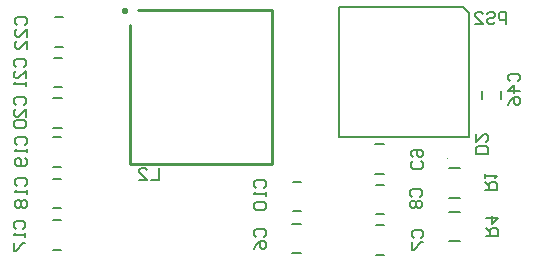
<source format=gbo>
G04 Layer_Color=13813960*
%FSLAX24Y24*%
%MOIN*%
G70*
G01*
G75*
%ADD20C,0.0059*%
%ADD47C,0.0039*%
%ADD48C,0.0100*%
%ADD49C,0.0079*%
D20*
X39705Y19518D02*
Y19911D01*
X39508D01*
X39442Y19846D01*
Y19714D01*
X39508Y19649D01*
X39705D01*
X39049Y19846D02*
X39114Y19911D01*
X39246D01*
X39311Y19846D01*
Y19780D01*
X39246Y19714D01*
X39114D01*
X39049Y19649D01*
Y19583D01*
X39114Y19518D01*
X39246D01*
X39311Y19583D01*
X38655Y19518D02*
X38918D01*
X38655Y19780D01*
Y19846D01*
X38721Y19911D01*
X38852D01*
X38918Y19846D01*
X31355Y12395D02*
X31290Y12461D01*
Y12592D01*
X31355Y12657D01*
X31617D01*
X31683Y12592D01*
Y12461D01*
X31617Y12395D01*
X31290Y12002D02*
X31355Y12133D01*
X31486Y12264D01*
X31617D01*
X31683Y12198D01*
Y12067D01*
X31617Y12002D01*
X31552D01*
X31486Y12067D01*
Y12264D01*
X36611Y12375D02*
X36545Y12441D01*
Y12572D01*
X36611Y12638D01*
X36873D01*
X36939Y12572D01*
Y12441D01*
X36873Y12375D01*
X36545Y12244D02*
Y11982D01*
X36611D01*
X36873Y12244D01*
X36939D01*
X36552Y13753D02*
X36486Y13819D01*
Y13950D01*
X36552Y14016D01*
X36814D01*
X36880Y13950D01*
Y13819D01*
X36814Y13753D01*
X36552Y13622D02*
X36486Y13557D01*
Y13425D01*
X36552Y13360D01*
X36618D01*
X36683Y13425D01*
X36749Y13360D01*
X36814D01*
X36880Y13425D01*
Y13557D01*
X36814Y13622D01*
X36749D01*
X36683Y13557D01*
X36618Y13622D01*
X36552D01*
X36683Y13557D02*
Y13425D01*
X36854Y14928D02*
X36919Y14862D01*
Y14731D01*
X36854Y14665D01*
X36591D01*
X36526Y14731D01*
Y14862D01*
X36591Y14928D01*
Y15059D02*
X36526Y15125D01*
Y15256D01*
X36591Y15321D01*
X36854D01*
X36919Y15256D01*
Y15125D01*
X36854Y15059D01*
X36788D01*
X36722Y15125D01*
Y15321D01*
X31365Y14039D02*
X31299Y14104D01*
Y14236D01*
X31365Y14301D01*
X31627D01*
X31693Y14236D01*
Y14104D01*
X31627Y14039D01*
X31693Y13908D02*
Y13776D01*
Y13842D01*
X31299D01*
X31365Y13908D01*
Y13580D02*
X31299Y13514D01*
Y13383D01*
X31365Y13317D01*
X31627D01*
X31693Y13383D01*
Y13514D01*
X31627Y13580D01*
X31365D01*
X23343Y12661D02*
X23278Y12726D01*
Y12858D01*
X23343Y12923D01*
X23606D01*
X23671Y12858D01*
Y12726D01*
X23606Y12661D01*
X23671Y12530D02*
Y12398D01*
Y12464D01*
X23278D01*
X23343Y12530D01*
X23278Y12202D02*
Y11939D01*
X23343D01*
X23606Y12202D01*
X23671D01*
X23402Y14098D02*
X23337Y14163D01*
Y14295D01*
X23402Y14360D01*
X23665D01*
X23730Y14295D01*
Y14163D01*
X23665Y14098D01*
X23730Y13967D02*
Y13835D01*
Y13901D01*
X23337D01*
X23402Y13967D01*
Y13639D02*
X23337Y13573D01*
Y13442D01*
X23402Y13376D01*
X23468D01*
X23534Y13442D01*
X23599Y13376D01*
X23665D01*
X23730Y13442D01*
Y13573D01*
X23665Y13639D01*
X23599D01*
X23534Y13573D01*
X23468Y13639D01*
X23402D01*
X23534Y13573D02*
Y13442D01*
X23392Y15486D02*
X23327Y15551D01*
Y15682D01*
X23392Y15748D01*
X23655D01*
X23720Y15682D01*
Y15551D01*
X23655Y15486D01*
X23720Y15354D02*
Y15223D01*
Y15289D01*
X23327D01*
X23392Y15354D01*
X23655Y15026D02*
X23720Y14961D01*
Y14830D01*
X23655Y14764D01*
X23392D01*
X23327Y14830D01*
Y14961D01*
X23392Y15026D01*
X23458D01*
X23524Y14961D01*
Y14764D01*
X23373Y16814D02*
X23307Y16880D01*
Y17011D01*
X23373Y17077D01*
X23635D01*
X23701Y17011D01*
Y16880D01*
X23635Y16814D01*
X23701Y16421D02*
Y16683D01*
X23438Y16421D01*
X23373D01*
X23307Y16486D01*
Y16618D01*
X23373Y16683D01*
Y16290D02*
X23307Y16224D01*
Y16093D01*
X23373Y16027D01*
X23635D01*
X23701Y16093D01*
Y16224D01*
X23635Y16290D01*
X23373D01*
X23363Y18084D02*
X23297Y18150D01*
Y18281D01*
X23363Y18346D01*
X23625D01*
X23691Y18281D01*
Y18150D01*
X23625Y18084D01*
X23691Y17691D02*
Y17953D01*
X23429Y17691D01*
X23363D01*
X23297Y17756D01*
Y17887D01*
X23363Y17953D01*
X23691Y17559D02*
Y17428D01*
Y17494D01*
X23297D01*
X23363Y17559D01*
X23402Y19462D02*
X23337Y19528D01*
Y19659D01*
X23402Y19724D01*
X23665D01*
X23730Y19659D01*
Y19528D01*
X23665Y19462D01*
X23730Y19068D02*
Y19331D01*
X23468Y19068D01*
X23402D01*
X23337Y19134D01*
Y19265D01*
X23402Y19331D01*
X23730Y18675D02*
Y18937D01*
X23468Y18675D01*
X23402D01*
X23337Y18740D01*
Y18872D01*
X23402Y18937D01*
X39829Y17592D02*
X39764Y17658D01*
Y17789D01*
X39829Y17854D01*
X40092D01*
X40157Y17789D01*
Y17658D01*
X40092Y17592D01*
X40157Y17264D02*
X39764D01*
X39961Y17461D01*
Y17198D01*
X39764Y16805D02*
X39829Y16936D01*
X39961Y17067D01*
X40092D01*
X40157Y17002D01*
Y16870D01*
X40092Y16805D01*
X40026D01*
X39961Y16870D01*
Y17067D01*
X39094Y15167D02*
X38701D01*
Y15364D01*
X38766Y15430D01*
X39029D01*
X39094Y15364D01*
Y15167D01*
X38701Y15823D02*
Y15561D01*
X38963Y15823D01*
X39029D01*
X39094Y15758D01*
Y15626D01*
X39029Y15561D01*
X28130Y14705D02*
Y14311D01*
X27868D01*
X27474D02*
X27736D01*
X27474Y14573D01*
Y14639D01*
X27540Y14705D01*
X27671D01*
X27736Y14639D01*
X38996Y13967D02*
X39390D01*
Y14163D01*
X39324Y14229D01*
X39193D01*
X39127Y14163D01*
Y13967D01*
Y14098D02*
X38996Y14229D01*
Y14360D02*
Y14491D01*
Y14426D01*
X39390D01*
X39324Y14360D01*
X39026Y12441D02*
X39419D01*
Y12638D01*
X39354Y12703D01*
X39222D01*
X39157Y12638D01*
Y12441D01*
Y12572D02*
X39026Y12703D01*
Y13031D02*
X39419D01*
X39222Y12835D01*
Y13097D01*
D47*
X37762Y15030D02*
G03*
X37762Y15030I-20J0D01*
G01*
D48*
X27165Y14843D02*
Y19488D01*
Y14843D02*
X31890D01*
Y19961D01*
X27441D02*
X31890D01*
X26929Y20000D02*
Y19900D01*
X27029D01*
Y20000D01*
X26929D01*
D49*
X38888Y16998D02*
Y17274D01*
X39518Y16998D02*
Y17274D01*
X35335Y14518D02*
X35610D01*
X35335Y15502D02*
X35610D01*
X35344Y14144D02*
X35620D01*
X35344Y13159D02*
X35620D01*
X35344Y11821D02*
X35620D01*
X35344Y12805D02*
X35620D01*
X32598Y14242D02*
X32874D01*
X32598Y13258D02*
X32874D01*
X32569Y12854D02*
X32844D01*
X32569Y11870D02*
X32844D01*
X24646Y18740D02*
X24921D01*
X24646Y19724D02*
X24921D01*
X24616Y17392D02*
X24892D01*
X24616Y18376D02*
X24892D01*
X24606Y16053D02*
X24882D01*
X24606Y17037D02*
X24882D01*
X24596Y14744D02*
X24872D01*
X24596Y15728D02*
X24872D01*
X24587Y13366D02*
X24862D01*
X24587Y14350D02*
X24862D01*
X24577Y11988D02*
X24852D01*
X24577Y12972D02*
X24852D01*
X37795Y13720D02*
X38150D01*
X37795Y14705D02*
X38150D01*
X37805Y13248D02*
X38159D01*
X37805Y12264D02*
X38159D01*
X38465Y15748D02*
Y19882D01*
X34134Y15748D02*
X38465D01*
X34134D02*
Y20079D01*
X38268D01*
X38465Y19882D01*
M02*

</source>
